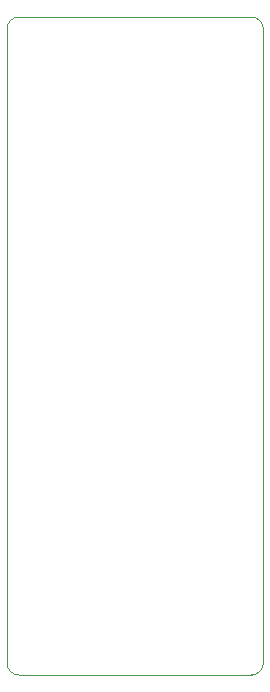
<source format=gbr>
%TF.GenerationSoftware,KiCad,Pcbnew,7.0.2*%
%TF.CreationDate,2024-02-16T13:22:18+02:00*%
%TF.ProjectId,dots_projector,646f7473-5f70-4726-9f6a-6563746f722e,rev?*%
%TF.SameCoordinates,Original*%
%TF.FileFunction,Profile,NP*%
%FSLAX46Y46*%
G04 Gerber Fmt 4.6, Leading zero omitted, Abs format (unit mm)*
G04 Created by KiCad (PCBNEW 7.0.2) date 2024-02-16 13:22:18*
%MOMM*%
%LPD*%
G01*
G04 APERTURE LIST*
%TA.AperFunction,Profile*%
%ADD10C,0.100000*%
%TD*%
G04 APERTURE END LIST*
D10*
X85200000Y-124100000D02*
X85200000Y-70850000D01*
X85200000Y-70400000D02*
G75*
G03*
X84200000Y-69400000I-1000000J0D01*
G01*
X64500000Y-125100000D02*
X84200000Y-125100000D01*
X63500000Y-70400000D02*
X63500000Y-70850000D01*
X84200000Y-125100000D02*
G75*
G03*
X85200000Y-124100000I0J1000000D01*
G01*
X63500000Y-124100000D02*
G75*
G03*
X64500000Y-125100000I1000000J0D01*
G01*
X64500000Y-69400000D02*
G75*
G03*
X63500000Y-70400000I0J-1000000D01*
G01*
X85200000Y-70400000D02*
X85200000Y-70850000D01*
X63500000Y-70850000D02*
X63500000Y-124100000D01*
X84200000Y-69400000D02*
X64500000Y-69400000D01*
M02*

</source>
